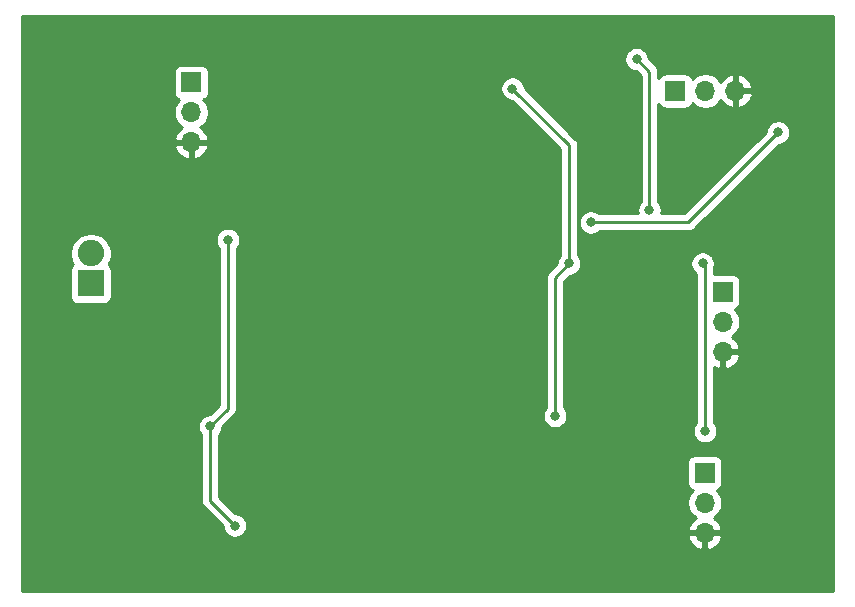
<source format=gbl>
G04 #@! TF.GenerationSoftware,KiCad,Pcbnew,(5.1.5-0)*
G04 #@! TF.CreationDate,2021-08-17T13:30:23-06:00*
G04 #@! TF.ProjectId,HX711_710_711_720,48583731-315f-4373-9130-5f3731315f37,rev?*
G04 #@! TF.SameCoordinates,Original*
G04 #@! TF.FileFunction,Copper,L2,Bot*
G04 #@! TF.FilePolarity,Positive*
%FSLAX46Y46*%
G04 Gerber Fmt 4.6, Leading zero omitted, Abs format (unit mm)*
G04 Created by KiCad (PCBNEW (5.1.5-0)) date 2021-08-17 13:30:23*
%MOMM*%
%LPD*%
G04 APERTURE LIST*
%ADD10O,1.700000X1.700000*%
%ADD11R,1.700000X1.700000*%
%ADD12O,2.240000X2.240000*%
%ADD13R,2.240000X2.240000*%
%ADD14C,0.800000*%
%ADD15C,0.250000*%
%ADD16C,0.254000*%
G04 APERTURE END LIST*
D10*
X171080000Y-57000000D03*
X168540000Y-57000000D03*
D11*
X166000000Y-57000000D03*
D10*
X170000000Y-79080000D03*
X170000000Y-76540000D03*
D11*
X170000000Y-74000000D03*
D10*
X168475001Y-94405001D03*
X168475001Y-91865001D03*
D11*
X168475001Y-89325001D03*
D10*
X125000000Y-61350000D03*
X125000000Y-58810000D03*
D11*
X125000000Y-56270000D03*
D12*
X116500000Y-70760000D03*
D13*
X116500000Y-73300000D03*
D14*
X165700000Y-69400000D03*
X126600000Y-85400000D03*
X128100000Y-69600000D03*
X128700000Y-93800000D03*
X168500000Y-85800000D03*
X168300000Y-71600000D03*
X163800000Y-67100000D03*
X162700000Y-54300000D03*
X157000000Y-71600000D03*
X155800000Y-84500000D03*
X152200000Y-56800000D03*
X158825000Y-68125000D03*
X174700000Y-60500000D03*
D15*
X128100000Y-83900000D02*
X128100000Y-69600000D01*
X126600000Y-85400000D02*
X128100000Y-83900000D01*
X126600000Y-91700000D02*
X128700000Y-93800000D01*
X126600000Y-85400000D02*
X126600000Y-91700000D01*
X168500000Y-85800000D02*
X168500000Y-71400000D01*
X168500000Y-71400000D02*
X168300000Y-71600000D01*
X163800000Y-55400000D02*
X162700000Y-54300000D01*
X163800000Y-67100000D02*
X163800000Y-55400000D01*
X155800000Y-72800000D02*
X155800000Y-84500000D01*
X157000000Y-71600000D02*
X155800000Y-72800000D01*
X157000000Y-61600000D02*
X157000000Y-71600000D01*
X152200000Y-56800000D02*
X157000000Y-61600000D01*
X167075000Y-68125000D02*
X158825000Y-68125000D01*
X174700000Y-60500000D02*
X167075000Y-68125000D01*
D16*
G36*
X179340001Y-99340000D02*
G01*
X110660000Y-99340000D01*
X110660000Y-85298061D01*
X125565000Y-85298061D01*
X125565000Y-85501939D01*
X125604774Y-85701898D01*
X125682795Y-85890256D01*
X125796063Y-86059774D01*
X125840000Y-86103711D01*
X125840001Y-91662668D01*
X125836324Y-91700000D01*
X125850998Y-91848985D01*
X125894454Y-91992246D01*
X125965026Y-92124276D01*
X126036201Y-92211002D01*
X126060000Y-92240001D01*
X126088998Y-92263799D01*
X127665000Y-93839803D01*
X127665000Y-93901939D01*
X127704774Y-94101898D01*
X127782795Y-94290256D01*
X127896063Y-94459774D01*
X128040226Y-94603937D01*
X128209744Y-94717205D01*
X128398102Y-94795226D01*
X128598061Y-94835000D01*
X128801939Y-94835000D01*
X129001898Y-94795226D01*
X129082375Y-94761891D01*
X167033525Y-94761891D01*
X167078176Y-94909100D01*
X167203360Y-95171921D01*
X167377413Y-95405270D01*
X167593646Y-95600179D01*
X167843749Y-95749158D01*
X168118110Y-95846482D01*
X168348001Y-95725815D01*
X168348001Y-94532001D01*
X168602001Y-94532001D01*
X168602001Y-95725815D01*
X168831892Y-95846482D01*
X169106253Y-95749158D01*
X169356356Y-95600179D01*
X169572589Y-95405270D01*
X169746642Y-95171921D01*
X169871826Y-94909100D01*
X169916477Y-94761891D01*
X169795156Y-94532001D01*
X168602001Y-94532001D01*
X168348001Y-94532001D01*
X167154846Y-94532001D01*
X167033525Y-94761891D01*
X129082375Y-94761891D01*
X129190256Y-94717205D01*
X129359774Y-94603937D01*
X129503937Y-94459774D01*
X129617205Y-94290256D01*
X129695226Y-94101898D01*
X129735000Y-93901939D01*
X129735000Y-93698061D01*
X129695226Y-93498102D01*
X129617205Y-93309744D01*
X129503937Y-93140226D01*
X129359774Y-92996063D01*
X129190256Y-92882795D01*
X129001898Y-92804774D01*
X128801939Y-92765000D01*
X128739803Y-92765000D01*
X127360000Y-91385199D01*
X127360000Y-88475001D01*
X166986929Y-88475001D01*
X166986929Y-90175001D01*
X166999189Y-90299483D01*
X167035499Y-90419181D01*
X167094464Y-90529495D01*
X167173816Y-90626186D01*
X167270507Y-90705538D01*
X167380821Y-90764503D01*
X167453381Y-90786514D01*
X167321526Y-90918369D01*
X167159011Y-91161590D01*
X167047069Y-91431843D01*
X166990001Y-91718741D01*
X166990001Y-92011261D01*
X167047069Y-92298159D01*
X167159011Y-92568412D01*
X167321526Y-92811633D01*
X167528369Y-93018476D01*
X167710535Y-93140196D01*
X167593646Y-93209823D01*
X167377413Y-93404732D01*
X167203360Y-93638081D01*
X167078176Y-93900902D01*
X167033525Y-94048111D01*
X167154846Y-94278001D01*
X168348001Y-94278001D01*
X168348001Y-94258001D01*
X168602001Y-94258001D01*
X168602001Y-94278001D01*
X169795156Y-94278001D01*
X169916477Y-94048111D01*
X169871826Y-93900902D01*
X169746642Y-93638081D01*
X169572589Y-93404732D01*
X169356356Y-93209823D01*
X169239467Y-93140196D01*
X169421633Y-93018476D01*
X169628476Y-92811633D01*
X169790991Y-92568412D01*
X169902933Y-92298159D01*
X169960001Y-92011261D01*
X169960001Y-91718741D01*
X169902933Y-91431843D01*
X169790991Y-91161590D01*
X169628476Y-90918369D01*
X169496621Y-90786514D01*
X169569181Y-90764503D01*
X169679495Y-90705538D01*
X169776186Y-90626186D01*
X169855538Y-90529495D01*
X169914503Y-90419181D01*
X169950813Y-90299483D01*
X169963073Y-90175001D01*
X169963073Y-88475001D01*
X169950813Y-88350519D01*
X169914503Y-88230821D01*
X169855538Y-88120507D01*
X169776186Y-88023816D01*
X169679495Y-87944464D01*
X169569181Y-87885499D01*
X169449483Y-87849189D01*
X169325001Y-87836929D01*
X167625001Y-87836929D01*
X167500519Y-87849189D01*
X167380821Y-87885499D01*
X167270507Y-87944464D01*
X167173816Y-88023816D01*
X167094464Y-88120507D01*
X167035499Y-88230821D01*
X166999189Y-88350519D01*
X166986929Y-88475001D01*
X127360000Y-88475001D01*
X127360000Y-86103711D01*
X127403937Y-86059774D01*
X127517205Y-85890256D01*
X127595226Y-85701898D01*
X127635000Y-85501939D01*
X127635000Y-85439801D01*
X128611004Y-84463798D01*
X128640001Y-84440001D01*
X128734974Y-84324276D01*
X128805546Y-84192247D01*
X128849003Y-84048986D01*
X128860000Y-83937333D01*
X128860000Y-83937324D01*
X128863676Y-83900001D01*
X128860000Y-83862678D01*
X128860000Y-70303711D01*
X128903937Y-70259774D01*
X129017205Y-70090256D01*
X129095226Y-69901898D01*
X129135000Y-69701939D01*
X129135000Y-69498061D01*
X129095226Y-69298102D01*
X129017205Y-69109744D01*
X128903937Y-68940226D01*
X128759774Y-68796063D01*
X128590256Y-68682795D01*
X128401898Y-68604774D01*
X128201939Y-68565000D01*
X127998061Y-68565000D01*
X127798102Y-68604774D01*
X127609744Y-68682795D01*
X127440226Y-68796063D01*
X127296063Y-68940226D01*
X127182795Y-69109744D01*
X127104774Y-69298102D01*
X127065000Y-69498061D01*
X127065000Y-69701939D01*
X127104774Y-69901898D01*
X127182795Y-70090256D01*
X127296063Y-70259774D01*
X127340001Y-70303712D01*
X127340000Y-83585198D01*
X126560199Y-84365000D01*
X126498061Y-84365000D01*
X126298102Y-84404774D01*
X126109744Y-84482795D01*
X125940226Y-84596063D01*
X125796063Y-84740226D01*
X125682795Y-84909744D01*
X125604774Y-85098102D01*
X125565000Y-85298061D01*
X110660000Y-85298061D01*
X110660000Y-72180000D01*
X114741928Y-72180000D01*
X114741928Y-74420000D01*
X114754188Y-74544482D01*
X114790498Y-74664180D01*
X114849463Y-74774494D01*
X114928815Y-74871185D01*
X115025506Y-74950537D01*
X115135820Y-75009502D01*
X115255518Y-75045812D01*
X115380000Y-75058072D01*
X117620000Y-75058072D01*
X117744482Y-75045812D01*
X117864180Y-75009502D01*
X117974494Y-74950537D01*
X118071185Y-74871185D01*
X118150537Y-74774494D01*
X118209502Y-74664180D01*
X118245812Y-74544482D01*
X118258072Y-74420000D01*
X118258072Y-72180000D01*
X118245812Y-72055518D01*
X118209502Y-71935820D01*
X118150537Y-71825506D01*
X118071185Y-71728815D01*
X118001559Y-71671675D01*
X118055261Y-71591304D01*
X118187557Y-71271915D01*
X118255000Y-70932852D01*
X118255000Y-70587148D01*
X118187557Y-70248085D01*
X118055261Y-69928696D01*
X117863198Y-69641253D01*
X117618747Y-69396802D01*
X117331304Y-69204739D01*
X117011915Y-69072443D01*
X116672852Y-69005000D01*
X116327148Y-69005000D01*
X115988085Y-69072443D01*
X115668696Y-69204739D01*
X115381253Y-69396802D01*
X115136802Y-69641253D01*
X114944739Y-69928696D01*
X114812443Y-70248085D01*
X114745000Y-70587148D01*
X114745000Y-70932852D01*
X114812443Y-71271915D01*
X114944739Y-71591304D01*
X114998441Y-71671675D01*
X114928815Y-71728815D01*
X114849463Y-71825506D01*
X114790498Y-71935820D01*
X114754188Y-72055518D01*
X114741928Y-72180000D01*
X110660000Y-72180000D01*
X110660000Y-61706890D01*
X123558524Y-61706890D01*
X123603175Y-61854099D01*
X123728359Y-62116920D01*
X123902412Y-62350269D01*
X124118645Y-62545178D01*
X124368748Y-62694157D01*
X124643109Y-62791481D01*
X124873000Y-62670814D01*
X124873000Y-61477000D01*
X125127000Y-61477000D01*
X125127000Y-62670814D01*
X125356891Y-62791481D01*
X125631252Y-62694157D01*
X125881355Y-62545178D01*
X126097588Y-62350269D01*
X126271641Y-62116920D01*
X126396825Y-61854099D01*
X126441476Y-61706890D01*
X126320155Y-61477000D01*
X125127000Y-61477000D01*
X124873000Y-61477000D01*
X123679845Y-61477000D01*
X123558524Y-61706890D01*
X110660000Y-61706890D01*
X110660000Y-55420000D01*
X123511928Y-55420000D01*
X123511928Y-57120000D01*
X123524188Y-57244482D01*
X123560498Y-57364180D01*
X123619463Y-57474494D01*
X123698815Y-57571185D01*
X123795506Y-57650537D01*
X123905820Y-57709502D01*
X123978380Y-57731513D01*
X123846525Y-57863368D01*
X123684010Y-58106589D01*
X123572068Y-58376842D01*
X123515000Y-58663740D01*
X123515000Y-58956260D01*
X123572068Y-59243158D01*
X123684010Y-59513411D01*
X123846525Y-59756632D01*
X124053368Y-59963475D01*
X124235534Y-60085195D01*
X124118645Y-60154822D01*
X123902412Y-60349731D01*
X123728359Y-60583080D01*
X123603175Y-60845901D01*
X123558524Y-60993110D01*
X123679845Y-61223000D01*
X124873000Y-61223000D01*
X124873000Y-61203000D01*
X125127000Y-61203000D01*
X125127000Y-61223000D01*
X126320155Y-61223000D01*
X126441476Y-60993110D01*
X126396825Y-60845901D01*
X126271641Y-60583080D01*
X126097588Y-60349731D01*
X125881355Y-60154822D01*
X125764466Y-60085195D01*
X125946632Y-59963475D01*
X126153475Y-59756632D01*
X126315990Y-59513411D01*
X126427932Y-59243158D01*
X126485000Y-58956260D01*
X126485000Y-58663740D01*
X126427932Y-58376842D01*
X126315990Y-58106589D01*
X126153475Y-57863368D01*
X126021620Y-57731513D01*
X126094180Y-57709502D01*
X126204494Y-57650537D01*
X126301185Y-57571185D01*
X126380537Y-57474494D01*
X126439502Y-57364180D01*
X126475812Y-57244482D01*
X126488072Y-57120000D01*
X126488072Y-56698061D01*
X151165000Y-56698061D01*
X151165000Y-56901939D01*
X151204774Y-57101898D01*
X151282795Y-57290256D01*
X151396063Y-57459774D01*
X151540226Y-57603937D01*
X151709744Y-57717205D01*
X151898102Y-57795226D01*
X152098061Y-57835000D01*
X152160199Y-57835000D01*
X156240000Y-61914802D01*
X156240001Y-70896288D01*
X156196063Y-70940226D01*
X156082795Y-71109744D01*
X156004774Y-71298102D01*
X155965000Y-71498061D01*
X155965000Y-71560198D01*
X155289003Y-72236196D01*
X155259999Y-72259999D01*
X155222620Y-72305546D01*
X155165026Y-72375724D01*
X155149946Y-72403937D01*
X155094454Y-72507754D01*
X155050997Y-72651015D01*
X155040000Y-72762668D01*
X155040000Y-72762678D01*
X155036324Y-72800000D01*
X155040000Y-72837322D01*
X155040001Y-83796288D01*
X154996063Y-83840226D01*
X154882795Y-84009744D01*
X154804774Y-84198102D01*
X154765000Y-84398061D01*
X154765000Y-84601939D01*
X154804774Y-84801898D01*
X154882795Y-84990256D01*
X154996063Y-85159774D01*
X155140226Y-85303937D01*
X155309744Y-85417205D01*
X155498102Y-85495226D01*
X155698061Y-85535000D01*
X155901939Y-85535000D01*
X156101898Y-85495226D01*
X156290256Y-85417205D01*
X156459774Y-85303937D01*
X156603937Y-85159774D01*
X156717205Y-84990256D01*
X156795226Y-84801898D01*
X156835000Y-84601939D01*
X156835000Y-84398061D01*
X156795226Y-84198102D01*
X156717205Y-84009744D01*
X156603937Y-83840226D01*
X156560000Y-83796289D01*
X156560000Y-73114801D01*
X157039802Y-72635000D01*
X157101939Y-72635000D01*
X157301898Y-72595226D01*
X157490256Y-72517205D01*
X157659774Y-72403937D01*
X157803937Y-72259774D01*
X157917205Y-72090256D01*
X157995226Y-71901898D01*
X158035000Y-71701939D01*
X158035000Y-71498061D01*
X167265000Y-71498061D01*
X167265000Y-71701939D01*
X167304774Y-71901898D01*
X167382795Y-72090256D01*
X167496063Y-72259774D01*
X167640226Y-72403937D01*
X167740001Y-72470604D01*
X167740000Y-85096289D01*
X167696063Y-85140226D01*
X167582795Y-85309744D01*
X167504774Y-85498102D01*
X167465000Y-85698061D01*
X167465000Y-85901939D01*
X167504774Y-86101898D01*
X167582795Y-86290256D01*
X167696063Y-86459774D01*
X167840226Y-86603937D01*
X168009744Y-86717205D01*
X168198102Y-86795226D01*
X168398061Y-86835000D01*
X168601939Y-86835000D01*
X168801898Y-86795226D01*
X168990256Y-86717205D01*
X169159774Y-86603937D01*
X169303937Y-86459774D01*
X169417205Y-86290256D01*
X169495226Y-86101898D01*
X169535000Y-85901939D01*
X169535000Y-85698061D01*
X169495226Y-85498102D01*
X169417205Y-85309744D01*
X169303937Y-85140226D01*
X169260000Y-85096289D01*
X169260000Y-80359379D01*
X169368748Y-80424157D01*
X169643109Y-80521481D01*
X169873000Y-80400814D01*
X169873000Y-79207000D01*
X170127000Y-79207000D01*
X170127000Y-80400814D01*
X170356891Y-80521481D01*
X170631252Y-80424157D01*
X170881355Y-80275178D01*
X171097588Y-80080269D01*
X171271641Y-79846920D01*
X171396825Y-79584099D01*
X171441476Y-79436890D01*
X171320155Y-79207000D01*
X170127000Y-79207000D01*
X169873000Y-79207000D01*
X169853000Y-79207000D01*
X169853000Y-78953000D01*
X169873000Y-78953000D01*
X169873000Y-78933000D01*
X170127000Y-78933000D01*
X170127000Y-78953000D01*
X171320155Y-78953000D01*
X171441476Y-78723110D01*
X171396825Y-78575901D01*
X171271641Y-78313080D01*
X171097588Y-78079731D01*
X170881355Y-77884822D01*
X170764466Y-77815195D01*
X170946632Y-77693475D01*
X171153475Y-77486632D01*
X171315990Y-77243411D01*
X171427932Y-76973158D01*
X171485000Y-76686260D01*
X171485000Y-76393740D01*
X171427932Y-76106842D01*
X171315990Y-75836589D01*
X171153475Y-75593368D01*
X171021620Y-75461513D01*
X171094180Y-75439502D01*
X171204494Y-75380537D01*
X171301185Y-75301185D01*
X171380537Y-75204494D01*
X171439502Y-75094180D01*
X171475812Y-74974482D01*
X171488072Y-74850000D01*
X171488072Y-73150000D01*
X171475812Y-73025518D01*
X171439502Y-72905820D01*
X171380537Y-72795506D01*
X171301185Y-72698815D01*
X171204494Y-72619463D01*
X171094180Y-72560498D01*
X170974482Y-72524188D01*
X170850000Y-72511928D01*
X169260000Y-72511928D01*
X169260000Y-71986940D01*
X169295226Y-71901898D01*
X169335000Y-71701939D01*
X169335000Y-71498061D01*
X169295226Y-71298102D01*
X169217205Y-71109744D01*
X169164240Y-71030476D01*
X169134974Y-70975724D01*
X169040001Y-70859999D01*
X168924276Y-70765026D01*
X168869524Y-70735760D01*
X168790256Y-70682795D01*
X168601898Y-70604774D01*
X168401939Y-70565000D01*
X168198061Y-70565000D01*
X167998102Y-70604774D01*
X167809744Y-70682795D01*
X167640226Y-70796063D01*
X167496063Y-70940226D01*
X167382795Y-71109744D01*
X167304774Y-71298102D01*
X167265000Y-71498061D01*
X158035000Y-71498061D01*
X157995226Y-71298102D01*
X157917205Y-71109744D01*
X157803937Y-70940226D01*
X157760000Y-70896289D01*
X157760000Y-68023061D01*
X157790000Y-68023061D01*
X157790000Y-68226939D01*
X157829774Y-68426898D01*
X157907795Y-68615256D01*
X158021063Y-68784774D01*
X158165226Y-68928937D01*
X158334744Y-69042205D01*
X158523102Y-69120226D01*
X158723061Y-69160000D01*
X158926939Y-69160000D01*
X159126898Y-69120226D01*
X159315256Y-69042205D01*
X159484774Y-68928937D01*
X159528711Y-68885000D01*
X167037678Y-68885000D01*
X167075000Y-68888676D01*
X167112322Y-68885000D01*
X167112333Y-68885000D01*
X167223986Y-68874003D01*
X167367247Y-68830546D01*
X167499276Y-68759974D01*
X167615001Y-68665001D01*
X167638804Y-68635997D01*
X174739803Y-61535000D01*
X174801939Y-61535000D01*
X175001898Y-61495226D01*
X175190256Y-61417205D01*
X175359774Y-61303937D01*
X175503937Y-61159774D01*
X175617205Y-60990256D01*
X175695226Y-60801898D01*
X175735000Y-60601939D01*
X175735000Y-60398061D01*
X175695226Y-60198102D01*
X175617205Y-60009744D01*
X175503937Y-59840226D01*
X175359774Y-59696063D01*
X175190256Y-59582795D01*
X175001898Y-59504774D01*
X174801939Y-59465000D01*
X174598061Y-59465000D01*
X174398102Y-59504774D01*
X174209744Y-59582795D01*
X174040226Y-59696063D01*
X173896063Y-59840226D01*
X173782795Y-60009744D01*
X173704774Y-60198102D01*
X173665000Y-60398061D01*
X173665000Y-60460197D01*
X166760199Y-67365000D01*
X164802565Y-67365000D01*
X164835000Y-67201939D01*
X164835000Y-66998061D01*
X164795226Y-66798102D01*
X164717205Y-66609744D01*
X164603937Y-66440226D01*
X164560000Y-66396289D01*
X164560000Y-58092538D01*
X164560498Y-58094180D01*
X164619463Y-58204494D01*
X164698815Y-58301185D01*
X164795506Y-58380537D01*
X164905820Y-58439502D01*
X165025518Y-58475812D01*
X165150000Y-58488072D01*
X166850000Y-58488072D01*
X166974482Y-58475812D01*
X167094180Y-58439502D01*
X167204494Y-58380537D01*
X167301185Y-58301185D01*
X167380537Y-58204494D01*
X167439502Y-58094180D01*
X167461513Y-58021620D01*
X167593368Y-58153475D01*
X167836589Y-58315990D01*
X168106842Y-58427932D01*
X168393740Y-58485000D01*
X168686260Y-58485000D01*
X168973158Y-58427932D01*
X169243411Y-58315990D01*
X169486632Y-58153475D01*
X169693475Y-57946632D01*
X169815195Y-57764466D01*
X169884822Y-57881355D01*
X170079731Y-58097588D01*
X170313080Y-58271641D01*
X170575901Y-58396825D01*
X170723110Y-58441476D01*
X170953000Y-58320155D01*
X170953000Y-57127000D01*
X171207000Y-57127000D01*
X171207000Y-58320155D01*
X171436890Y-58441476D01*
X171584099Y-58396825D01*
X171846920Y-58271641D01*
X172080269Y-58097588D01*
X172275178Y-57881355D01*
X172424157Y-57631252D01*
X172521481Y-57356891D01*
X172400814Y-57127000D01*
X171207000Y-57127000D01*
X170953000Y-57127000D01*
X170933000Y-57127000D01*
X170933000Y-56873000D01*
X170953000Y-56873000D01*
X170953000Y-55679845D01*
X171207000Y-55679845D01*
X171207000Y-56873000D01*
X172400814Y-56873000D01*
X172521481Y-56643109D01*
X172424157Y-56368748D01*
X172275178Y-56118645D01*
X172080269Y-55902412D01*
X171846920Y-55728359D01*
X171584099Y-55603175D01*
X171436890Y-55558524D01*
X171207000Y-55679845D01*
X170953000Y-55679845D01*
X170723110Y-55558524D01*
X170575901Y-55603175D01*
X170313080Y-55728359D01*
X170079731Y-55902412D01*
X169884822Y-56118645D01*
X169815195Y-56235534D01*
X169693475Y-56053368D01*
X169486632Y-55846525D01*
X169243411Y-55684010D01*
X168973158Y-55572068D01*
X168686260Y-55515000D01*
X168393740Y-55515000D01*
X168106842Y-55572068D01*
X167836589Y-55684010D01*
X167593368Y-55846525D01*
X167461513Y-55978380D01*
X167439502Y-55905820D01*
X167380537Y-55795506D01*
X167301185Y-55698815D01*
X167204494Y-55619463D01*
X167094180Y-55560498D01*
X166974482Y-55524188D01*
X166850000Y-55511928D01*
X165150000Y-55511928D01*
X165025518Y-55524188D01*
X164905820Y-55560498D01*
X164795506Y-55619463D01*
X164698815Y-55698815D01*
X164619463Y-55795506D01*
X164560498Y-55905820D01*
X164560000Y-55907462D01*
X164560000Y-55437323D01*
X164563676Y-55400000D01*
X164560000Y-55362677D01*
X164560000Y-55362667D01*
X164549003Y-55251014D01*
X164505546Y-55107753D01*
X164482964Y-55065506D01*
X164434974Y-54975723D01*
X164363799Y-54888997D01*
X164340001Y-54859999D01*
X164311003Y-54836201D01*
X163735000Y-54260199D01*
X163735000Y-54198061D01*
X163695226Y-53998102D01*
X163617205Y-53809744D01*
X163503937Y-53640226D01*
X163359774Y-53496063D01*
X163190256Y-53382795D01*
X163001898Y-53304774D01*
X162801939Y-53265000D01*
X162598061Y-53265000D01*
X162398102Y-53304774D01*
X162209744Y-53382795D01*
X162040226Y-53496063D01*
X161896063Y-53640226D01*
X161782795Y-53809744D01*
X161704774Y-53998102D01*
X161665000Y-54198061D01*
X161665000Y-54401939D01*
X161704774Y-54601898D01*
X161782795Y-54790256D01*
X161896063Y-54959774D01*
X162040226Y-55103937D01*
X162209744Y-55217205D01*
X162398102Y-55295226D01*
X162598061Y-55335000D01*
X162660199Y-55335000D01*
X163040001Y-55714803D01*
X163040000Y-66396289D01*
X162996063Y-66440226D01*
X162882795Y-66609744D01*
X162804774Y-66798102D01*
X162765000Y-66998061D01*
X162765000Y-67201939D01*
X162797435Y-67365000D01*
X159528711Y-67365000D01*
X159484774Y-67321063D01*
X159315256Y-67207795D01*
X159126898Y-67129774D01*
X158926939Y-67090000D01*
X158723061Y-67090000D01*
X158523102Y-67129774D01*
X158334744Y-67207795D01*
X158165226Y-67321063D01*
X158021063Y-67465226D01*
X157907795Y-67634744D01*
X157829774Y-67823102D01*
X157790000Y-68023061D01*
X157760000Y-68023061D01*
X157760000Y-61637322D01*
X157763676Y-61599999D01*
X157760000Y-61562676D01*
X157760000Y-61562667D01*
X157749003Y-61451014D01*
X157705546Y-61307753D01*
X157634975Y-61175725D01*
X157634974Y-61175723D01*
X157563799Y-61088997D01*
X157540001Y-61059999D01*
X157511004Y-61036202D01*
X153235000Y-56760199D01*
X153235000Y-56698061D01*
X153195226Y-56498102D01*
X153117205Y-56309744D01*
X153003937Y-56140226D01*
X152859774Y-55996063D01*
X152690256Y-55882795D01*
X152501898Y-55804774D01*
X152301939Y-55765000D01*
X152098061Y-55765000D01*
X151898102Y-55804774D01*
X151709744Y-55882795D01*
X151540226Y-55996063D01*
X151396063Y-56140226D01*
X151282795Y-56309744D01*
X151204774Y-56498102D01*
X151165000Y-56698061D01*
X126488072Y-56698061D01*
X126488072Y-55420000D01*
X126475812Y-55295518D01*
X126439502Y-55175820D01*
X126380537Y-55065506D01*
X126301185Y-54968815D01*
X126204494Y-54889463D01*
X126094180Y-54830498D01*
X125974482Y-54794188D01*
X125850000Y-54781928D01*
X124150000Y-54781928D01*
X124025518Y-54794188D01*
X123905820Y-54830498D01*
X123795506Y-54889463D01*
X123698815Y-54968815D01*
X123619463Y-55065506D01*
X123560498Y-55175820D01*
X123524188Y-55295518D01*
X123511928Y-55420000D01*
X110660000Y-55420000D01*
X110660000Y-50660000D01*
X179340000Y-50660000D01*
X179340001Y-99340000D01*
G37*
X179340001Y-99340000D02*
X110660000Y-99340000D01*
X110660000Y-85298061D01*
X125565000Y-85298061D01*
X125565000Y-85501939D01*
X125604774Y-85701898D01*
X125682795Y-85890256D01*
X125796063Y-86059774D01*
X125840000Y-86103711D01*
X125840001Y-91662668D01*
X125836324Y-91700000D01*
X125850998Y-91848985D01*
X125894454Y-91992246D01*
X125965026Y-92124276D01*
X126036201Y-92211002D01*
X126060000Y-92240001D01*
X126088998Y-92263799D01*
X127665000Y-93839803D01*
X127665000Y-93901939D01*
X127704774Y-94101898D01*
X127782795Y-94290256D01*
X127896063Y-94459774D01*
X128040226Y-94603937D01*
X128209744Y-94717205D01*
X128398102Y-94795226D01*
X128598061Y-94835000D01*
X128801939Y-94835000D01*
X129001898Y-94795226D01*
X129082375Y-94761891D01*
X167033525Y-94761891D01*
X167078176Y-94909100D01*
X167203360Y-95171921D01*
X167377413Y-95405270D01*
X167593646Y-95600179D01*
X167843749Y-95749158D01*
X168118110Y-95846482D01*
X168348001Y-95725815D01*
X168348001Y-94532001D01*
X168602001Y-94532001D01*
X168602001Y-95725815D01*
X168831892Y-95846482D01*
X169106253Y-95749158D01*
X169356356Y-95600179D01*
X169572589Y-95405270D01*
X169746642Y-95171921D01*
X169871826Y-94909100D01*
X169916477Y-94761891D01*
X169795156Y-94532001D01*
X168602001Y-94532001D01*
X168348001Y-94532001D01*
X167154846Y-94532001D01*
X167033525Y-94761891D01*
X129082375Y-94761891D01*
X129190256Y-94717205D01*
X129359774Y-94603937D01*
X129503937Y-94459774D01*
X129617205Y-94290256D01*
X129695226Y-94101898D01*
X129735000Y-93901939D01*
X129735000Y-93698061D01*
X129695226Y-93498102D01*
X129617205Y-93309744D01*
X129503937Y-93140226D01*
X129359774Y-92996063D01*
X129190256Y-92882795D01*
X129001898Y-92804774D01*
X128801939Y-92765000D01*
X128739803Y-92765000D01*
X127360000Y-91385199D01*
X127360000Y-88475001D01*
X166986929Y-88475001D01*
X166986929Y-90175001D01*
X166999189Y-90299483D01*
X167035499Y-90419181D01*
X167094464Y-90529495D01*
X167173816Y-90626186D01*
X167270507Y-90705538D01*
X167380821Y-90764503D01*
X167453381Y-90786514D01*
X167321526Y-90918369D01*
X167159011Y-91161590D01*
X167047069Y-91431843D01*
X166990001Y-91718741D01*
X166990001Y-92011261D01*
X167047069Y-92298159D01*
X167159011Y-92568412D01*
X167321526Y-92811633D01*
X167528369Y-93018476D01*
X167710535Y-93140196D01*
X167593646Y-93209823D01*
X167377413Y-93404732D01*
X167203360Y-93638081D01*
X167078176Y-93900902D01*
X167033525Y-94048111D01*
X167154846Y-94278001D01*
X168348001Y-94278001D01*
X168348001Y-94258001D01*
X168602001Y-94258001D01*
X168602001Y-94278001D01*
X169795156Y-94278001D01*
X169916477Y-94048111D01*
X169871826Y-93900902D01*
X169746642Y-93638081D01*
X169572589Y-93404732D01*
X169356356Y-93209823D01*
X169239467Y-93140196D01*
X169421633Y-93018476D01*
X169628476Y-92811633D01*
X169790991Y-92568412D01*
X169902933Y-92298159D01*
X169960001Y-92011261D01*
X169960001Y-91718741D01*
X169902933Y-91431843D01*
X169790991Y-91161590D01*
X169628476Y-90918369D01*
X169496621Y-90786514D01*
X169569181Y-90764503D01*
X169679495Y-90705538D01*
X169776186Y-90626186D01*
X169855538Y-90529495D01*
X169914503Y-90419181D01*
X169950813Y-90299483D01*
X169963073Y-90175001D01*
X169963073Y-88475001D01*
X169950813Y-88350519D01*
X169914503Y-88230821D01*
X169855538Y-88120507D01*
X169776186Y-88023816D01*
X169679495Y-87944464D01*
X169569181Y-87885499D01*
X169449483Y-87849189D01*
X169325001Y-87836929D01*
X167625001Y-87836929D01*
X167500519Y-87849189D01*
X167380821Y-87885499D01*
X167270507Y-87944464D01*
X167173816Y-88023816D01*
X167094464Y-88120507D01*
X167035499Y-88230821D01*
X166999189Y-88350519D01*
X166986929Y-88475001D01*
X127360000Y-88475001D01*
X127360000Y-86103711D01*
X127403937Y-86059774D01*
X127517205Y-85890256D01*
X127595226Y-85701898D01*
X127635000Y-85501939D01*
X127635000Y-85439801D01*
X128611004Y-84463798D01*
X128640001Y-84440001D01*
X128734974Y-84324276D01*
X128805546Y-84192247D01*
X128849003Y-84048986D01*
X128860000Y-83937333D01*
X128860000Y-83937324D01*
X128863676Y-83900001D01*
X128860000Y-83862678D01*
X128860000Y-70303711D01*
X128903937Y-70259774D01*
X129017205Y-70090256D01*
X129095226Y-69901898D01*
X129135000Y-69701939D01*
X129135000Y-69498061D01*
X129095226Y-69298102D01*
X129017205Y-69109744D01*
X128903937Y-68940226D01*
X128759774Y-68796063D01*
X128590256Y-68682795D01*
X128401898Y-68604774D01*
X128201939Y-68565000D01*
X127998061Y-68565000D01*
X127798102Y-68604774D01*
X127609744Y-68682795D01*
X127440226Y-68796063D01*
X127296063Y-68940226D01*
X127182795Y-69109744D01*
X127104774Y-69298102D01*
X127065000Y-69498061D01*
X127065000Y-69701939D01*
X127104774Y-69901898D01*
X127182795Y-70090256D01*
X127296063Y-70259774D01*
X127340001Y-70303712D01*
X127340000Y-83585198D01*
X126560199Y-84365000D01*
X126498061Y-84365000D01*
X126298102Y-84404774D01*
X126109744Y-84482795D01*
X125940226Y-84596063D01*
X125796063Y-84740226D01*
X125682795Y-84909744D01*
X125604774Y-85098102D01*
X125565000Y-85298061D01*
X110660000Y-85298061D01*
X110660000Y-72180000D01*
X114741928Y-72180000D01*
X114741928Y-74420000D01*
X114754188Y-74544482D01*
X114790498Y-74664180D01*
X114849463Y-74774494D01*
X114928815Y-74871185D01*
X115025506Y-74950537D01*
X115135820Y-75009502D01*
X115255518Y-75045812D01*
X115380000Y-75058072D01*
X117620000Y-75058072D01*
X117744482Y-75045812D01*
X117864180Y-75009502D01*
X117974494Y-74950537D01*
X118071185Y-74871185D01*
X118150537Y-74774494D01*
X118209502Y-74664180D01*
X118245812Y-74544482D01*
X118258072Y-74420000D01*
X118258072Y-72180000D01*
X118245812Y-72055518D01*
X118209502Y-71935820D01*
X118150537Y-71825506D01*
X118071185Y-71728815D01*
X118001559Y-71671675D01*
X118055261Y-71591304D01*
X118187557Y-71271915D01*
X118255000Y-70932852D01*
X118255000Y-70587148D01*
X118187557Y-70248085D01*
X118055261Y-69928696D01*
X117863198Y-69641253D01*
X117618747Y-69396802D01*
X117331304Y-69204739D01*
X117011915Y-69072443D01*
X116672852Y-69005000D01*
X116327148Y-69005000D01*
X115988085Y-69072443D01*
X115668696Y-69204739D01*
X115381253Y-69396802D01*
X115136802Y-69641253D01*
X114944739Y-69928696D01*
X114812443Y-70248085D01*
X114745000Y-70587148D01*
X114745000Y-70932852D01*
X114812443Y-71271915D01*
X114944739Y-71591304D01*
X114998441Y-71671675D01*
X114928815Y-71728815D01*
X114849463Y-71825506D01*
X114790498Y-71935820D01*
X114754188Y-72055518D01*
X114741928Y-72180000D01*
X110660000Y-72180000D01*
X110660000Y-61706890D01*
X123558524Y-61706890D01*
X123603175Y-61854099D01*
X123728359Y-62116920D01*
X123902412Y-62350269D01*
X124118645Y-62545178D01*
X124368748Y-62694157D01*
X124643109Y-62791481D01*
X124873000Y-62670814D01*
X124873000Y-61477000D01*
X125127000Y-61477000D01*
X125127000Y-62670814D01*
X125356891Y-62791481D01*
X125631252Y-62694157D01*
X125881355Y-62545178D01*
X126097588Y-62350269D01*
X126271641Y-62116920D01*
X126396825Y-61854099D01*
X126441476Y-61706890D01*
X126320155Y-61477000D01*
X125127000Y-61477000D01*
X124873000Y-61477000D01*
X123679845Y-61477000D01*
X123558524Y-61706890D01*
X110660000Y-61706890D01*
X110660000Y-55420000D01*
X123511928Y-55420000D01*
X123511928Y-57120000D01*
X123524188Y-57244482D01*
X123560498Y-57364180D01*
X123619463Y-57474494D01*
X123698815Y-57571185D01*
X123795506Y-57650537D01*
X123905820Y-57709502D01*
X123978380Y-57731513D01*
X123846525Y-57863368D01*
X123684010Y-58106589D01*
X123572068Y-58376842D01*
X123515000Y-58663740D01*
X123515000Y-58956260D01*
X123572068Y-59243158D01*
X123684010Y-59513411D01*
X123846525Y-59756632D01*
X124053368Y-59963475D01*
X124235534Y-60085195D01*
X124118645Y-60154822D01*
X123902412Y-60349731D01*
X123728359Y-60583080D01*
X123603175Y-60845901D01*
X123558524Y-60993110D01*
X123679845Y-61223000D01*
X124873000Y-61223000D01*
X124873000Y-61203000D01*
X125127000Y-61203000D01*
X125127000Y-61223000D01*
X126320155Y-61223000D01*
X126441476Y-60993110D01*
X126396825Y-60845901D01*
X126271641Y-60583080D01*
X126097588Y-60349731D01*
X125881355Y-60154822D01*
X125764466Y-60085195D01*
X125946632Y-59963475D01*
X126153475Y-59756632D01*
X126315990Y-59513411D01*
X126427932Y-59243158D01*
X126485000Y-58956260D01*
X126485000Y-58663740D01*
X126427932Y-58376842D01*
X126315990Y-58106589D01*
X126153475Y-57863368D01*
X126021620Y-57731513D01*
X126094180Y-57709502D01*
X126204494Y-57650537D01*
X126301185Y-57571185D01*
X126380537Y-57474494D01*
X126439502Y-57364180D01*
X126475812Y-57244482D01*
X126488072Y-57120000D01*
X126488072Y-56698061D01*
X151165000Y-56698061D01*
X151165000Y-56901939D01*
X151204774Y-57101898D01*
X151282795Y-57290256D01*
X151396063Y-57459774D01*
X151540226Y-57603937D01*
X151709744Y-57717205D01*
X151898102Y-57795226D01*
X152098061Y-57835000D01*
X152160199Y-57835000D01*
X156240000Y-61914802D01*
X156240001Y-70896288D01*
X156196063Y-70940226D01*
X156082795Y-71109744D01*
X156004774Y-71298102D01*
X155965000Y-71498061D01*
X155965000Y-71560198D01*
X155289003Y-72236196D01*
X155259999Y-72259999D01*
X155222620Y-72305546D01*
X155165026Y-72375724D01*
X155149946Y-72403937D01*
X155094454Y-72507754D01*
X155050997Y-72651015D01*
X155040000Y-72762668D01*
X155040000Y-72762678D01*
X155036324Y-72800000D01*
X155040000Y-72837322D01*
X155040001Y-83796288D01*
X154996063Y-83840226D01*
X154882795Y-84009744D01*
X154804774Y-84198102D01*
X154765000Y-84398061D01*
X154765000Y-84601939D01*
X154804774Y-84801898D01*
X154882795Y-84990256D01*
X154996063Y-85159774D01*
X155140226Y-85303937D01*
X155309744Y-85417205D01*
X155498102Y-85495226D01*
X155698061Y-85535000D01*
X155901939Y-85535000D01*
X156101898Y-85495226D01*
X156290256Y-85417205D01*
X156459774Y-85303937D01*
X156603937Y-85159774D01*
X156717205Y-84990256D01*
X156795226Y-84801898D01*
X156835000Y-84601939D01*
X156835000Y-84398061D01*
X156795226Y-84198102D01*
X156717205Y-84009744D01*
X156603937Y-83840226D01*
X156560000Y-83796289D01*
X156560000Y-73114801D01*
X157039802Y-72635000D01*
X157101939Y-72635000D01*
X157301898Y-72595226D01*
X157490256Y-72517205D01*
X157659774Y-72403937D01*
X157803937Y-72259774D01*
X157917205Y-72090256D01*
X157995226Y-71901898D01*
X158035000Y-71701939D01*
X158035000Y-71498061D01*
X167265000Y-71498061D01*
X167265000Y-71701939D01*
X167304774Y-71901898D01*
X167382795Y-72090256D01*
X167496063Y-72259774D01*
X167640226Y-72403937D01*
X167740001Y-72470604D01*
X167740000Y-85096289D01*
X167696063Y-85140226D01*
X167582795Y-85309744D01*
X167504774Y-85498102D01*
X167465000Y-85698061D01*
X167465000Y-85901939D01*
X167504774Y-86101898D01*
X167582795Y-86290256D01*
X167696063Y-86459774D01*
X167840226Y-86603937D01*
X168009744Y-86717205D01*
X168198102Y-86795226D01*
X168398061Y-86835000D01*
X168601939Y-86835000D01*
X168801898Y-86795226D01*
X168990256Y-86717205D01*
X169159774Y-86603937D01*
X169303937Y-86459774D01*
X169417205Y-86290256D01*
X169495226Y-86101898D01*
X169535000Y-85901939D01*
X169535000Y-85698061D01*
X169495226Y-85498102D01*
X169417205Y-85309744D01*
X169303937Y-85140226D01*
X169260000Y-85096289D01*
X169260000Y-80359379D01*
X169368748Y-80424157D01*
X169643109Y-80521481D01*
X169873000Y-80400814D01*
X169873000Y-79207000D01*
X170127000Y-79207000D01*
X170127000Y-80400814D01*
X170356891Y-80521481D01*
X170631252Y-80424157D01*
X170881355Y-80275178D01*
X171097588Y-80080269D01*
X171271641Y-79846920D01*
X171396825Y-79584099D01*
X171441476Y-79436890D01*
X171320155Y-79207000D01*
X170127000Y-79207000D01*
X169873000Y-79207000D01*
X169853000Y-79207000D01*
X169853000Y-78953000D01*
X169873000Y-78953000D01*
X169873000Y-78933000D01*
X170127000Y-78933000D01*
X170127000Y-78953000D01*
X171320155Y-78953000D01*
X171441476Y-78723110D01*
X171396825Y-78575901D01*
X171271641Y-78313080D01*
X171097588Y-78079731D01*
X170881355Y-77884822D01*
X170764466Y-77815195D01*
X170946632Y-77693475D01*
X171153475Y-77486632D01*
X171315990Y-77243411D01*
X171427932Y-76973158D01*
X171485000Y-76686260D01*
X171485000Y-76393740D01*
X171427932Y-76106842D01*
X171315990Y-75836589D01*
X171153475Y-75593368D01*
X171021620Y-75461513D01*
X171094180Y-75439502D01*
X171204494Y-75380537D01*
X171301185Y-75301185D01*
X171380537Y-75204494D01*
X171439502Y-75094180D01*
X171475812Y-74974482D01*
X171488072Y-74850000D01*
X171488072Y-73150000D01*
X171475812Y-73025518D01*
X171439502Y-72905820D01*
X171380537Y-72795506D01*
X171301185Y-72698815D01*
X171204494Y-72619463D01*
X171094180Y-72560498D01*
X170974482Y-72524188D01*
X170850000Y-72511928D01*
X169260000Y-72511928D01*
X169260000Y-71986940D01*
X169295226Y-71901898D01*
X169335000Y-71701939D01*
X169335000Y-71498061D01*
X169295226Y-71298102D01*
X169217205Y-71109744D01*
X169164240Y-71030476D01*
X169134974Y-70975724D01*
X169040001Y-70859999D01*
X168924276Y-70765026D01*
X168869524Y-70735760D01*
X168790256Y-70682795D01*
X168601898Y-70604774D01*
X168401939Y-70565000D01*
X168198061Y-70565000D01*
X167998102Y-70604774D01*
X167809744Y-70682795D01*
X167640226Y-70796063D01*
X167496063Y-70940226D01*
X167382795Y-71109744D01*
X167304774Y-71298102D01*
X167265000Y-71498061D01*
X158035000Y-71498061D01*
X157995226Y-71298102D01*
X157917205Y-71109744D01*
X157803937Y-70940226D01*
X157760000Y-70896289D01*
X157760000Y-68023061D01*
X157790000Y-68023061D01*
X157790000Y-68226939D01*
X157829774Y-68426898D01*
X157907795Y-68615256D01*
X158021063Y-68784774D01*
X158165226Y-68928937D01*
X158334744Y-69042205D01*
X158523102Y-69120226D01*
X158723061Y-69160000D01*
X158926939Y-69160000D01*
X159126898Y-69120226D01*
X159315256Y-69042205D01*
X159484774Y-68928937D01*
X159528711Y-68885000D01*
X167037678Y-68885000D01*
X167075000Y-68888676D01*
X167112322Y-68885000D01*
X167112333Y-68885000D01*
X167223986Y-68874003D01*
X167367247Y-68830546D01*
X167499276Y-68759974D01*
X167615001Y-68665001D01*
X167638804Y-68635997D01*
X174739803Y-61535000D01*
X174801939Y-61535000D01*
X175001898Y-61495226D01*
X175190256Y-61417205D01*
X175359774Y-61303937D01*
X175503937Y-61159774D01*
X175617205Y-60990256D01*
X175695226Y-60801898D01*
X175735000Y-60601939D01*
X175735000Y-60398061D01*
X175695226Y-60198102D01*
X175617205Y-60009744D01*
X175503937Y-59840226D01*
X175359774Y-59696063D01*
X175190256Y-59582795D01*
X175001898Y-59504774D01*
X174801939Y-59465000D01*
X174598061Y-59465000D01*
X174398102Y-59504774D01*
X174209744Y-59582795D01*
X174040226Y-59696063D01*
X173896063Y-59840226D01*
X173782795Y-60009744D01*
X173704774Y-60198102D01*
X173665000Y-60398061D01*
X173665000Y-60460197D01*
X166760199Y-67365000D01*
X164802565Y-67365000D01*
X164835000Y-67201939D01*
X164835000Y-66998061D01*
X164795226Y-66798102D01*
X164717205Y-66609744D01*
X164603937Y-66440226D01*
X164560000Y-66396289D01*
X164560000Y-58092538D01*
X164560498Y-58094180D01*
X164619463Y-58204494D01*
X164698815Y-58301185D01*
X164795506Y-58380537D01*
X164905820Y-58439502D01*
X165025518Y-58475812D01*
X165150000Y-58488072D01*
X166850000Y-58488072D01*
X166974482Y-58475812D01*
X167094180Y-58439502D01*
X167204494Y-58380537D01*
X167301185Y-58301185D01*
X167380537Y-58204494D01*
X167439502Y-58094180D01*
X167461513Y-58021620D01*
X167593368Y-58153475D01*
X167836589Y-58315990D01*
X168106842Y-58427932D01*
X168393740Y-58485000D01*
X168686260Y-58485000D01*
X168973158Y-58427932D01*
X169243411Y-58315990D01*
X169486632Y-58153475D01*
X169693475Y-57946632D01*
X169815195Y-57764466D01*
X169884822Y-57881355D01*
X170079731Y-58097588D01*
X170313080Y-58271641D01*
X170575901Y-58396825D01*
X170723110Y-58441476D01*
X170953000Y-58320155D01*
X170953000Y-57127000D01*
X171207000Y-57127000D01*
X171207000Y-58320155D01*
X171436890Y-58441476D01*
X171584099Y-58396825D01*
X171846920Y-58271641D01*
X172080269Y-58097588D01*
X172275178Y-57881355D01*
X172424157Y-57631252D01*
X172521481Y-57356891D01*
X172400814Y-57127000D01*
X171207000Y-57127000D01*
X170953000Y-57127000D01*
X170933000Y-57127000D01*
X170933000Y-56873000D01*
X170953000Y-56873000D01*
X170953000Y-55679845D01*
X171207000Y-55679845D01*
X171207000Y-56873000D01*
X172400814Y-56873000D01*
X172521481Y-56643109D01*
X172424157Y-56368748D01*
X172275178Y-56118645D01*
X172080269Y-55902412D01*
X171846920Y-55728359D01*
X171584099Y-55603175D01*
X171436890Y-55558524D01*
X171207000Y-55679845D01*
X170953000Y-55679845D01*
X170723110Y-55558524D01*
X170575901Y-55603175D01*
X170313080Y-55728359D01*
X170079731Y-55902412D01*
X169884822Y-56118645D01*
X169815195Y-56235534D01*
X169693475Y-56053368D01*
X169486632Y-55846525D01*
X169243411Y-55684010D01*
X168973158Y-55572068D01*
X168686260Y-55515000D01*
X168393740Y-55515000D01*
X168106842Y-55572068D01*
X167836589Y-55684010D01*
X167593368Y-55846525D01*
X167461513Y-55978380D01*
X167439502Y-55905820D01*
X167380537Y-55795506D01*
X167301185Y-55698815D01*
X167204494Y-55619463D01*
X167094180Y-55560498D01*
X166974482Y-55524188D01*
X166850000Y-55511928D01*
X165150000Y-55511928D01*
X165025518Y-55524188D01*
X164905820Y-55560498D01*
X164795506Y-55619463D01*
X164698815Y-55698815D01*
X164619463Y-55795506D01*
X164560498Y-55905820D01*
X164560000Y-55907462D01*
X164560000Y-55437323D01*
X164563676Y-55400000D01*
X164560000Y-55362677D01*
X164560000Y-55362667D01*
X164549003Y-55251014D01*
X164505546Y-55107753D01*
X164482964Y-55065506D01*
X164434974Y-54975723D01*
X164363799Y-54888997D01*
X164340001Y-54859999D01*
X164311003Y-54836201D01*
X163735000Y-54260199D01*
X163735000Y-54198061D01*
X163695226Y-53998102D01*
X163617205Y-53809744D01*
X163503937Y-53640226D01*
X163359774Y-53496063D01*
X163190256Y-53382795D01*
X163001898Y-53304774D01*
X162801939Y-53265000D01*
X162598061Y-53265000D01*
X162398102Y-53304774D01*
X162209744Y-53382795D01*
X162040226Y-53496063D01*
X161896063Y-53640226D01*
X161782795Y-53809744D01*
X161704774Y-53998102D01*
X161665000Y-54198061D01*
X161665000Y-54401939D01*
X161704774Y-54601898D01*
X161782795Y-54790256D01*
X161896063Y-54959774D01*
X162040226Y-55103937D01*
X162209744Y-55217205D01*
X162398102Y-55295226D01*
X162598061Y-55335000D01*
X162660199Y-55335000D01*
X163040001Y-55714803D01*
X163040000Y-66396289D01*
X162996063Y-66440226D01*
X162882795Y-66609744D01*
X162804774Y-66798102D01*
X162765000Y-66998061D01*
X162765000Y-67201939D01*
X162797435Y-67365000D01*
X159528711Y-67365000D01*
X159484774Y-67321063D01*
X159315256Y-67207795D01*
X159126898Y-67129774D01*
X158926939Y-67090000D01*
X158723061Y-67090000D01*
X158523102Y-67129774D01*
X158334744Y-67207795D01*
X158165226Y-67321063D01*
X158021063Y-67465226D01*
X157907795Y-67634744D01*
X157829774Y-67823102D01*
X157790000Y-68023061D01*
X157760000Y-68023061D01*
X157760000Y-61637322D01*
X157763676Y-61599999D01*
X157760000Y-61562676D01*
X157760000Y-61562667D01*
X157749003Y-61451014D01*
X157705546Y-61307753D01*
X157634975Y-61175725D01*
X157634974Y-61175723D01*
X157563799Y-61088997D01*
X157540001Y-61059999D01*
X157511004Y-61036202D01*
X153235000Y-56760199D01*
X153235000Y-56698061D01*
X153195226Y-56498102D01*
X153117205Y-56309744D01*
X153003937Y-56140226D01*
X152859774Y-55996063D01*
X152690256Y-55882795D01*
X152501898Y-55804774D01*
X152301939Y-55765000D01*
X152098061Y-55765000D01*
X151898102Y-55804774D01*
X151709744Y-55882795D01*
X151540226Y-55996063D01*
X151396063Y-56140226D01*
X151282795Y-56309744D01*
X151204774Y-56498102D01*
X151165000Y-56698061D01*
X126488072Y-56698061D01*
X126488072Y-55420000D01*
X126475812Y-55295518D01*
X126439502Y-55175820D01*
X126380537Y-55065506D01*
X126301185Y-54968815D01*
X126204494Y-54889463D01*
X126094180Y-54830498D01*
X125974482Y-54794188D01*
X125850000Y-54781928D01*
X124150000Y-54781928D01*
X124025518Y-54794188D01*
X123905820Y-54830498D01*
X123795506Y-54889463D01*
X123698815Y-54968815D01*
X123619463Y-55065506D01*
X123560498Y-55175820D01*
X123524188Y-55295518D01*
X123511928Y-55420000D01*
X110660000Y-55420000D01*
X110660000Y-50660000D01*
X179340000Y-50660000D01*
X179340001Y-99340000D01*
M02*

</source>
